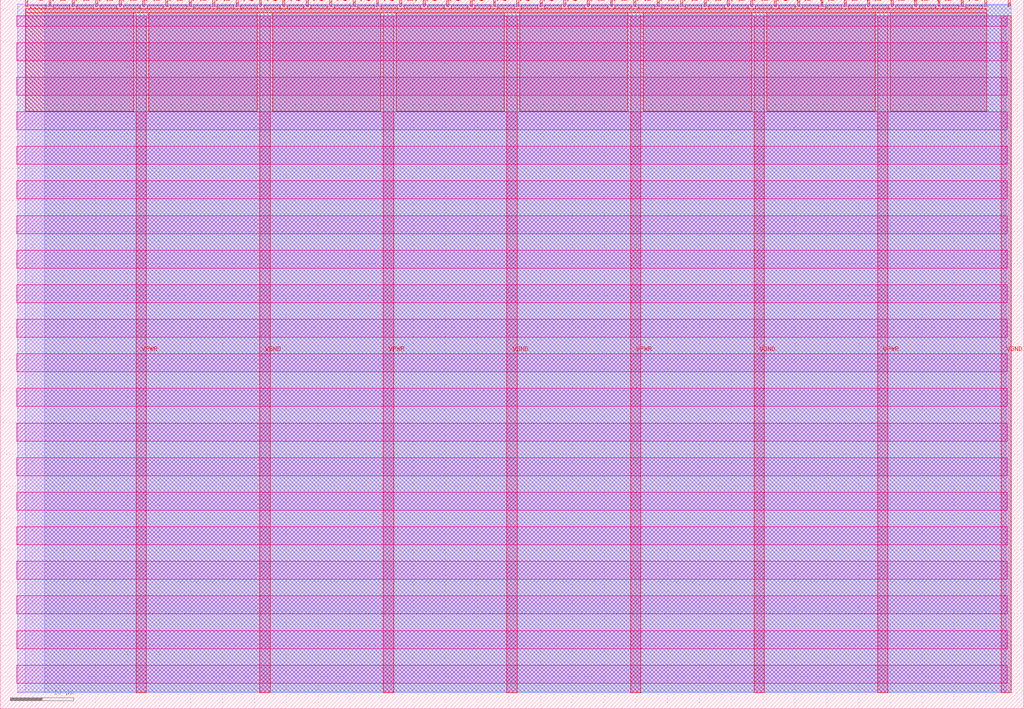
<source format=lef>
VERSION 5.7 ;
  NOWIREEXTENSIONATPIN ON ;
  DIVIDERCHAR "/" ;
  BUSBITCHARS "[]" ;
MACRO tt_um_factory_test
  CLASS BLOCK ;
  FOREIGN tt_um_factory_test ;
  ORIGIN 0.000 0.000 ;
  SIZE 161.000 BY 111.520 ;
  PIN VGND
    DIRECTION INOUT ;
    USE GROUND ;
    PORT
      LAYER met4 ;
        RECT 40.830 2.480 42.430 109.040 ;
    END
    PORT
      LAYER met4 ;
        RECT 79.700 2.480 81.300 109.040 ;
    END
    PORT
      LAYER met4 ;
        RECT 118.570 2.480 120.170 109.040 ;
    END
    PORT
      LAYER met4 ;
        RECT 157.440 2.480 159.040 109.040 ;
    END
  END VGND
  PIN VPWR
    DIRECTION INOUT ;
    USE POWER ;
    PORT
      LAYER met4 ;
        RECT 21.395 2.480 22.995 109.040 ;
    END
    PORT
      LAYER met4 ;
        RECT 60.265 2.480 61.865 109.040 ;
    END
    PORT
      LAYER met4 ;
        RECT 99.135 2.480 100.735 109.040 ;
    END
    PORT
      LAYER met4 ;
        RECT 138.005 2.480 139.605 109.040 ;
    END
  END VPWR
  PIN clk
    DIRECTION INPUT ;
    USE SIGNAL ;
    ANTENNAGATEAREA 0.852000 ;
    PORT
      LAYER met4 ;
        RECT 154.870 110.520 155.170 111.520 ;
    END
  END clk
  PIN ena
    DIRECTION INPUT ;
    USE SIGNAL ;
    PORT
      LAYER met4 ;
        RECT 158.550 110.520 158.850 111.520 ;
    END
  END ena
  PIN rst_n
    DIRECTION INPUT ;
    USE SIGNAL ;
    ANTENNAGATEAREA 0.196500 ;
    PORT
      LAYER met4 ;
        RECT 151.190 110.520 151.490 111.520 ;
    END
  END rst_n
  PIN ui_in[0]
    DIRECTION INPUT ;
    USE SIGNAL ;
    ANTENNAGATEAREA 0.196500 ;
    PORT
      LAYER met4 ;
        RECT 147.510 110.520 147.810 111.520 ;
    END
  END ui_in[0]
  PIN ui_in[1]
    DIRECTION INPUT ;
    USE SIGNAL ;
    ANTENNAGATEAREA 0.196500 ;
    PORT
      LAYER met4 ;
        RECT 143.830 110.520 144.130 111.520 ;
    END
  END ui_in[1]
  PIN ui_in[2]
    DIRECTION INPUT ;
    USE SIGNAL ;
    ANTENNAGATEAREA 0.196500 ;
    PORT
      LAYER met4 ;
        RECT 140.150 110.520 140.450 111.520 ;
    END
  END ui_in[2]
  PIN ui_in[3]
    DIRECTION INPUT ;
    USE SIGNAL ;
    ANTENNAGATEAREA 0.196500 ;
    PORT
      LAYER met4 ;
        RECT 136.470 110.520 136.770 111.520 ;
    END
  END ui_in[3]
  PIN ui_in[4]
    DIRECTION INPUT ;
    USE SIGNAL ;
    ANTENNAGATEAREA 0.196500 ;
    PORT
      LAYER met4 ;
        RECT 132.790 110.520 133.090 111.520 ;
    END
  END ui_in[4]
  PIN ui_in[5]
    DIRECTION INPUT ;
    USE SIGNAL ;
    ANTENNAGATEAREA 0.196500 ;
    PORT
      LAYER met4 ;
        RECT 129.110 110.520 129.410 111.520 ;
    END
  END ui_in[5]
  PIN ui_in[6]
    DIRECTION INPUT ;
    USE SIGNAL ;
    ANTENNAGATEAREA 0.196500 ;
    PORT
      LAYER met4 ;
        RECT 125.430 110.520 125.730 111.520 ;
    END
  END ui_in[6]
  PIN ui_in[7]
    DIRECTION INPUT ;
    USE SIGNAL ;
    ANTENNAGATEAREA 0.196500 ;
    PORT
      LAYER met4 ;
        RECT 121.750 110.520 122.050 111.520 ;
    END
  END ui_in[7]
  PIN uio_in[0]
    DIRECTION INPUT ;
    USE SIGNAL ;
    ANTENNAGATEAREA 0.196500 ;
    PORT
      LAYER met4 ;
        RECT 118.070 110.520 118.370 111.520 ;
    END
  END uio_in[0]
  PIN uio_in[1]
    DIRECTION INPUT ;
    USE SIGNAL ;
    ANTENNAGATEAREA 0.196500 ;
    PORT
      LAYER met4 ;
        RECT 114.390 110.520 114.690 111.520 ;
    END
  END uio_in[1]
  PIN uio_in[2]
    DIRECTION INPUT ;
    USE SIGNAL ;
    ANTENNAGATEAREA 0.196500 ;
    PORT
      LAYER met4 ;
        RECT 110.710 110.520 111.010 111.520 ;
    END
  END uio_in[2]
  PIN uio_in[3]
    DIRECTION INPUT ;
    USE SIGNAL ;
    ANTENNAGATEAREA 0.196500 ;
    PORT
      LAYER met4 ;
        RECT 107.030 110.520 107.330 111.520 ;
    END
  END uio_in[3]
  PIN uio_in[4]
    DIRECTION INPUT ;
    USE SIGNAL ;
    ANTENNAGATEAREA 0.196500 ;
    PORT
      LAYER met4 ;
        RECT 103.350 110.520 103.650 111.520 ;
    END
  END uio_in[4]
  PIN uio_in[5]
    DIRECTION INPUT ;
    USE SIGNAL ;
    ANTENNAGATEAREA 0.196500 ;
    PORT
      LAYER met4 ;
        RECT 99.670 110.520 99.970 111.520 ;
    END
  END uio_in[5]
  PIN uio_in[6]
    DIRECTION INPUT ;
    USE SIGNAL ;
    ANTENNAGATEAREA 0.196500 ;
    PORT
      LAYER met4 ;
        RECT 95.990 110.520 96.290 111.520 ;
    END
  END uio_in[6]
  PIN uio_in[7]
    DIRECTION INPUT ;
    USE SIGNAL ;
    ANTENNAGATEAREA 0.196500 ;
    PORT
      LAYER met4 ;
        RECT 92.310 110.520 92.610 111.520 ;
    END
  END uio_in[7]
  PIN uio_oe[0]
    DIRECTION OUTPUT TRISTATE ;
    USE SIGNAL ;
    ANTENNADIFFAREA 0.445500 ;
    PORT
      LAYER met4 ;
        RECT 29.750 110.520 30.050 111.520 ;
    END
  END uio_oe[0]
  PIN uio_oe[1]
    DIRECTION OUTPUT TRISTATE ;
    USE SIGNAL ;
    ANTENNADIFFAREA 0.445500 ;
    PORT
      LAYER met4 ;
        RECT 26.070 110.520 26.370 111.520 ;
    END
  END uio_oe[1]
  PIN uio_oe[2]
    DIRECTION OUTPUT TRISTATE ;
    USE SIGNAL ;
    ANTENNADIFFAREA 0.445500 ;
    PORT
      LAYER met4 ;
        RECT 22.390 110.520 22.690 111.520 ;
    END
  END uio_oe[2]
  PIN uio_oe[3]
    DIRECTION OUTPUT TRISTATE ;
    USE SIGNAL ;
    ANTENNADIFFAREA 0.445500 ;
    PORT
      LAYER met4 ;
        RECT 18.710 110.520 19.010 111.520 ;
    END
  END uio_oe[3]
  PIN uio_oe[4]
    DIRECTION OUTPUT TRISTATE ;
    USE SIGNAL ;
    ANTENNADIFFAREA 0.445500 ;
    PORT
      LAYER met4 ;
        RECT 15.030 110.520 15.330 111.520 ;
    END
  END uio_oe[4]
  PIN uio_oe[5]
    DIRECTION OUTPUT TRISTATE ;
    USE SIGNAL ;
    ANTENNADIFFAREA 0.445500 ;
    PORT
      LAYER met4 ;
        RECT 11.350 110.520 11.650 111.520 ;
    END
  END uio_oe[5]
  PIN uio_oe[6]
    DIRECTION OUTPUT TRISTATE ;
    USE SIGNAL ;
    ANTENNADIFFAREA 0.445500 ;
    PORT
      LAYER met4 ;
        RECT 7.670 110.520 7.970 111.520 ;
    END
  END uio_oe[6]
  PIN uio_oe[7]
    DIRECTION OUTPUT TRISTATE ;
    USE SIGNAL ;
    ANTENNADIFFAREA 0.445500 ;
    PORT
      LAYER met4 ;
        RECT 3.990 110.520 4.290 111.520 ;
    END
  END uio_oe[7]
  PIN uio_out[0]
    DIRECTION OUTPUT TRISTATE ;
    USE SIGNAL ;
    ANTENNADIFFAREA 0.445500 ;
    PORT
      LAYER met4 ;
        RECT 59.190 110.520 59.490 111.520 ;
    END
  END uio_out[0]
  PIN uio_out[1]
    DIRECTION OUTPUT TRISTATE ;
    USE SIGNAL ;
    ANTENNAGATEAREA 0.247500 ;
    ANTENNADIFFAREA 0.795200 ;
    PORT
      LAYER met4 ;
        RECT 55.510 110.520 55.810 111.520 ;
    END
  END uio_out[1]
  PIN uio_out[2]
    DIRECTION OUTPUT TRISTATE ;
    USE SIGNAL ;
    ANTENNAGATEAREA 0.247500 ;
    ANTENNADIFFAREA 0.795200 ;
    PORT
      LAYER met4 ;
        RECT 51.830 110.520 52.130 111.520 ;
    END
  END uio_out[2]
  PIN uio_out[3]
    DIRECTION OUTPUT TRISTATE ;
    USE SIGNAL ;
    ANTENNAGATEAREA 0.247500 ;
    ANTENNADIFFAREA 0.795200 ;
    PORT
      LAYER met4 ;
        RECT 48.150 110.520 48.450 111.520 ;
    END
  END uio_out[3]
  PIN uio_out[4]
    DIRECTION OUTPUT TRISTATE ;
    USE SIGNAL ;
    ANTENNAGATEAREA 0.247500 ;
    ANTENNADIFFAREA 0.795200 ;
    PORT
      LAYER met4 ;
        RECT 44.470 110.520 44.770 111.520 ;
    END
  END uio_out[4]
  PIN uio_out[5]
    DIRECTION OUTPUT TRISTATE ;
    USE SIGNAL ;
    ANTENNAGATEAREA 0.247500 ;
    ANTENNADIFFAREA 0.795200 ;
    PORT
      LAYER met4 ;
        RECT 40.790 110.520 41.090 111.520 ;
    END
  END uio_out[5]
  PIN uio_out[6]
    DIRECTION OUTPUT TRISTATE ;
    USE SIGNAL ;
    ANTENNAGATEAREA 0.247500 ;
    ANTENNADIFFAREA 0.795200 ;
    PORT
      LAYER met4 ;
        RECT 37.110 110.520 37.410 111.520 ;
    END
  END uio_out[6]
  PIN uio_out[7]
    DIRECTION OUTPUT TRISTATE ;
    USE SIGNAL ;
    ANTENNAGATEAREA 0.247500 ;
    ANTENNADIFFAREA 0.795200 ;
    PORT
      LAYER met4 ;
        RECT 33.430 110.520 33.730 111.520 ;
    END
  END uio_out[7]
  PIN uo_out[0]
    DIRECTION OUTPUT TRISTATE ;
    USE SIGNAL ;
    ANTENNADIFFAREA 0.445500 ;
    PORT
      LAYER met4 ;
        RECT 88.630 110.520 88.930 111.520 ;
    END
  END uo_out[0]
  PIN uo_out[1]
    DIRECTION OUTPUT TRISTATE ;
    USE SIGNAL ;
    ANTENNADIFFAREA 0.462000 ;
    PORT
      LAYER met4 ;
        RECT 84.950 110.520 85.250 111.520 ;
    END
  END uo_out[1]
  PIN uo_out[2]
    DIRECTION OUTPUT TRISTATE ;
    USE SIGNAL ;
    ANTENNADIFFAREA 0.462000 ;
    PORT
      LAYER met4 ;
        RECT 81.270 110.520 81.570 111.520 ;
    END
  END uo_out[2]
  PIN uo_out[3]
    DIRECTION OUTPUT TRISTATE ;
    USE SIGNAL ;
    ANTENNADIFFAREA 0.462000 ;
    PORT
      LAYER met4 ;
        RECT 77.590 110.520 77.890 111.520 ;
    END
  END uo_out[3]
  PIN uo_out[4]
    DIRECTION OUTPUT TRISTATE ;
    USE SIGNAL ;
    ANTENNADIFFAREA 0.462000 ;
    PORT
      LAYER met4 ;
        RECT 73.910 110.520 74.210 111.520 ;
    END
  END uo_out[4]
  PIN uo_out[5]
    DIRECTION OUTPUT TRISTATE ;
    USE SIGNAL ;
    ANTENNADIFFAREA 0.462000 ;
    PORT
      LAYER met4 ;
        RECT 70.230 110.520 70.530 111.520 ;
    END
  END uo_out[5]
  PIN uo_out[6]
    DIRECTION OUTPUT TRISTATE ;
    USE SIGNAL ;
    ANTENNADIFFAREA 0.462000 ;
    PORT
      LAYER met4 ;
        RECT 66.550 110.520 66.850 111.520 ;
    END
  END uo_out[6]
  PIN uo_out[7]
    DIRECTION OUTPUT TRISTATE ;
    USE SIGNAL ;
    ANTENNADIFFAREA 0.462000 ;
    PORT
      LAYER met4 ;
        RECT 62.870 110.520 63.170 111.520 ;
    END
  END uo_out[7]
  OBS
      LAYER nwell ;
        RECT 2.570 107.385 158.430 108.990 ;
        RECT 2.570 101.945 158.430 104.775 ;
        RECT 2.570 96.505 158.430 99.335 ;
        RECT 2.570 91.065 158.430 93.895 ;
        RECT 2.570 85.625 158.430 88.455 ;
        RECT 2.570 80.185 158.430 83.015 ;
        RECT 2.570 74.745 158.430 77.575 ;
        RECT 2.570 69.305 158.430 72.135 ;
        RECT 2.570 63.865 158.430 66.695 ;
        RECT 2.570 58.425 158.430 61.255 ;
        RECT 2.570 52.985 158.430 55.815 ;
        RECT 2.570 47.545 158.430 50.375 ;
        RECT 2.570 42.105 158.430 44.935 ;
        RECT 2.570 36.665 158.430 39.495 ;
        RECT 2.570 31.225 158.430 34.055 ;
        RECT 2.570 25.785 158.430 28.615 ;
        RECT 2.570 20.345 158.430 23.175 ;
        RECT 2.570 14.905 158.430 17.735 ;
        RECT 2.570 9.465 158.430 12.295 ;
        RECT 2.570 4.025 158.430 6.855 ;
      LAYER li1 ;
        RECT 2.760 2.635 158.240 108.885 ;
      LAYER met1 ;
        RECT 2.760 2.480 159.040 110.800 ;
      LAYER met2 ;
        RECT 6.990 2.535 159.010 110.830 ;
      LAYER met3 ;
        RECT 3.950 2.555 159.030 110.665 ;
      LAYER met4 ;
        RECT 4.690 110.120 7.270 110.665 ;
        RECT 8.370 110.120 10.950 110.665 ;
        RECT 12.050 110.120 14.630 110.665 ;
        RECT 15.730 110.120 18.310 110.665 ;
        RECT 19.410 110.120 21.990 110.665 ;
        RECT 23.090 110.120 25.670 110.665 ;
        RECT 26.770 110.120 29.350 110.665 ;
        RECT 30.450 110.120 33.030 110.665 ;
        RECT 34.130 110.120 36.710 110.665 ;
        RECT 37.810 110.120 40.390 110.665 ;
        RECT 41.490 110.120 44.070 110.665 ;
        RECT 45.170 110.120 47.750 110.665 ;
        RECT 48.850 110.120 51.430 110.665 ;
        RECT 52.530 110.120 55.110 110.665 ;
        RECT 56.210 110.120 58.790 110.665 ;
        RECT 59.890 110.120 62.470 110.665 ;
        RECT 63.570 110.120 66.150 110.665 ;
        RECT 67.250 110.120 69.830 110.665 ;
        RECT 70.930 110.120 73.510 110.665 ;
        RECT 74.610 110.120 77.190 110.665 ;
        RECT 78.290 110.120 80.870 110.665 ;
        RECT 81.970 110.120 84.550 110.665 ;
        RECT 85.650 110.120 88.230 110.665 ;
        RECT 89.330 110.120 91.910 110.665 ;
        RECT 93.010 110.120 95.590 110.665 ;
        RECT 96.690 110.120 99.270 110.665 ;
        RECT 100.370 110.120 102.950 110.665 ;
        RECT 104.050 110.120 106.630 110.665 ;
        RECT 107.730 110.120 110.310 110.665 ;
        RECT 111.410 110.120 113.990 110.665 ;
        RECT 115.090 110.120 117.670 110.665 ;
        RECT 118.770 110.120 121.350 110.665 ;
        RECT 122.450 110.120 125.030 110.665 ;
        RECT 126.130 110.120 128.710 110.665 ;
        RECT 129.810 110.120 132.390 110.665 ;
        RECT 133.490 110.120 136.070 110.665 ;
        RECT 137.170 110.120 139.750 110.665 ;
        RECT 140.850 110.120 143.430 110.665 ;
        RECT 144.530 110.120 147.110 110.665 ;
        RECT 148.210 110.120 150.790 110.665 ;
        RECT 151.890 110.120 154.470 110.665 ;
        RECT 3.975 109.440 155.185 110.120 ;
        RECT 3.975 94.015 20.995 109.440 ;
        RECT 23.395 94.015 40.430 109.440 ;
        RECT 42.830 94.015 59.865 109.440 ;
        RECT 62.265 94.015 79.300 109.440 ;
        RECT 81.700 94.015 98.735 109.440 ;
        RECT 101.135 94.015 118.170 109.440 ;
        RECT 120.570 94.015 137.605 109.440 ;
        RECT 140.005 94.015 155.185 109.440 ;
  END
END tt_um_factory_test
END LIBRARY


</source>
